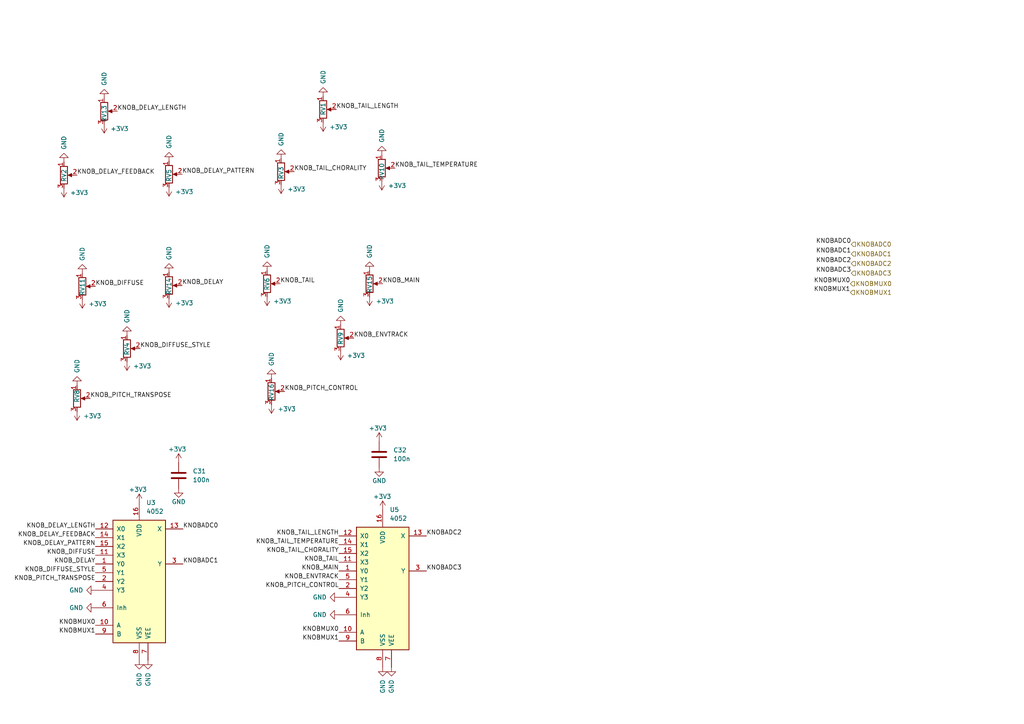
<source format=kicad_sch>
(kicad_sch (version 20221206) (generator eeschema)
  (paper "A4")
  (lib_symbols
    (symbol "4xxx:4052" (pin_names (offset 1.016))
      (property "Reference" "U" (at -7.62 19.05 0))
      (property "Value" "4052" (at -7.62 -19.05 0))
      (symbol "4052_1_0"
        (pin passive line (at -12.7 5.08 0) (length 5.08) (name "Y0") (number "1"))
        (pin input line (at -12.7 -12.7 0) (length 5.08) (name "A") (number "10"))
        (pin passive line (at -12.7 7.62 0) (length 5.08) (name "X3") (number "11"))
        (pin passive line (at -12.7 15.24 0) (length 5.08) (name "X0") (number "12"))
        (pin passive line (at 12.7 15.24 180) (length 5.08) (name "X") (number "13"))
        (pin passive line (at -12.7 12.7 0) (length 5.08) (name "X1") (number "14"))
        (pin passive line (at -12.7 10.16 0) (length 5.08) (name "X2") (number "15"))
        (pin power_in line (at 0 22.86 270) (length 5.08) (name "VDD") (number "16"))
        (pin passive line (at -12.7 0 0) (length 5.08) (name "Y2") (number "2"))
        (pin passive line (at 12.7 5.08 180) (length 5.08) (name "Y") (number "3"))
        (pin passive line (at -12.7 -2.54 0) (length 5.08) (name "Y3") (number "4"))
        (pin passive line (at -12.7 2.54 0) (length 5.08) (name "Y1") (number "5"))
        (pin input line (at -12.7 -7.62 0) (length 5.08) (name "Inh") (number "6"))
        (pin power_in line (at 2.54 -22.86 90) (length 5.08) (name "VEE") (number "7"))
        (pin power_in line (at 0 -22.86 90) (length 5.08) (name "VSS") (number "8"))
        (pin input line (at -12.7 -15.24 0) (length 5.08) (name "B") (number "9"))
      )
      (symbol "4052_1_1"
        (rectangle (start -7.62 17.78) (end 7.62 -17.78) (stroke (width 0.254)) (fill (type background)))
      )
    )
    (symbol "Device:C" (pin_numbers hide) (pin_names (offset 0.254))
      (property "Reference" "C" (at 0.635 2.54 0))
      (property "Value" "C" (at 0.635 -2.54 0))
      (symbol "C_0_1"
        (polyline (pts (xy -2.032 -0.762) (xy 2.032 -0.762)) (stroke (width 0.508)))
        (polyline (pts (xy -2.032 0.762) (xy 2.032 0.762)) (stroke (width 0.508)))
      )
      (symbol "C_1_1"
        (pin passive line (at 0 3.81 270) (length 2.794) (name "~") (number "1"))
        (pin passive line (at 0 -3.81 90) (length 2.794) (name "~") (number "2"))
      )
    )
    (symbol "Device:R_Potentiometer" (pin_names (offset 1.016) hide)
      (property "Reference" "RV" (at -4.445 0 90))
      (property "Value" "R_Potentiometer" (at -2.54 0 90))
      (symbol "R_Potentiometer_0_1"
        (polyline (pts (xy 2.54 0) (xy 1.524 0)))
        (polyline (pts (xy 1.143 0) (xy 2.286 0.508) (xy 2.286 -0.508) (xy 1.143 0)) (fill (type outline)))
        (rectangle (start 1.016 2.54) (end -1.016 -2.54) (stroke (width 0.254)))
      )
      (symbol "R_Potentiometer_1_1"
        (pin passive line (at 0 3.81 270) (length 1.27) (name "1") (number "1"))
        (pin passive line (at 3.81 0 180) (length 1.27) (name "2") (number "2"))
        (pin passive line (at 0 -3.81 90) (length 1.27) (name "3") (number "3"))
      )
    )
    (symbol "power:+3.3V" (power) (pin_names (offset 0))
      (property "Value" "+3.3V" (at 0 3.556 0))
      (symbol "+3.3V_0_1"
        (polyline (pts (xy -0.762 1.27) (xy 0 2.54)))
        (polyline (pts (xy 0 0) (xy 0 2.54)))
        (polyline (pts (xy 0 2.54) (xy 0.762 1.27)))
      )
      (symbol "+3.3V_1_1"
        (pin power_in line (at 0 0 90) (length 0) hide (name "+3V3") (number "1"))
      )
    )
    (symbol "power:GND" (power) (pin_names (offset 0))
      (property "Value" "GND" (at 0 -3.81 0))
      (symbol "GND_0_1"
        (polyline (pts (xy 0 0) (xy 0 -1.27) (xy 1.27 -1.27) (xy 0 -2.54) (xy -1.27 -1.27) (xy 0 -1.27)))
      )
      (symbol "GND_1_1"
        (pin power_in line (at 0 0 270) (length 0) hide (name "GND") (number "1"))
      )
    )
  )
  (label "KNOB_ENVTRACK" (at 98.298 168.148 180))
  (label "KNOB_TAIL" (at 98.298 163.068 180))
  (label "KNOBADC0" (at 53.086 153.416 0))
  (label "KNOB_DIFFUSE" (at 27.686 83.058 0))
  (label "KNOB_DIFFUSE_STYLE" (at 27.686 166.116 180))
  (label "KNOB_TAIL_LENGTH" (at 98.298 155.448 180))
  (label "KNOB_TAIL_TEMPERATURE" (at 98.298 157.988 180))
  (label "KNOBADC1" (at 53.086 163.576 0))
  (label "KNOB_PITCH_CONTROL" (at 98.298 170.688 180))
  (label "KNOB_DELAY_FEEDBACK" (at 27.686 155.956 180))
  (label "KNOB_DELAY" (at 27.686 163.576 180))
  (label "KNOBMUX1" (at 27.686 183.896 180))
  (label "KNOBMUX0" (at 98.298 183.388 180))
  (label "KNOB_ENVTRACK" (at 102.616 98.044 0))
  (label "KNOB_MAIN" (at 110.998 82.296 0))
  (label "KNOB_DIFFUSE_STYLE" (at 40.64 101.092 0))
  (label "KNOB_MAIN" (at 98.298 165.608 180))
  (label "KNOBADC2" (at 246.888 76.454 180))
  (label "KNOBMUX0" (at 27.686 181.356 180))
  (label "KNOBADC3" (at 123.698 165.608 0))
  (label "KNOB_TAIL_TEMPERATURE" (at 114.554 48.768 0))
  (label "KNOBADC2" (at 123.698 155.448 0))
  (label "KNOBADC0" (at 246.888 70.866 180))
  (label "KNOB_DELAY_LENGTH" (at 27.686 153.416 180))
  (label "KNOB_PITCH_TRANSPOSE" (at 26.162 115.57 0))
  (label "KNOB_TAIL" (at 81.28 82.296 0))
  (label "KNOB_DIFFUSE" (at 27.686 161.036 180))
  (label "KNOBMUX1" (at 98.298 185.928 180))
  (label "KNOB_TAIL_LENGTH" (at 97.536 31.75 0))
  (label "KNOB_DELAY_LENGTH" (at 34.036 32.258 0))
  (label "KNOB_DELAY_PATTERN" (at 52.832 50.546 0))
  (label "KNOB_TAIL_CHORALITY" (at 85.344 49.784 0))
  (label "KNOB_DELAY_FEEDBACK" (at 22.352 50.8 0))
  (label "KNOB_DELAY_PATTERN" (at 27.686 158.496 180))
  (label "KNOBADC3" (at 246.888 79.248 180))
  (label "KNOBADC1" (at 246.888 73.66 180))
  (label "KNOB_PITCH_CONTROL" (at 82.55 113.538 0))
  (label "KNOB_DELAY" (at 52.832 82.804 0))
  (label "KNOB_TAIL_CHORALITY" (at 98.298 160.528 180))
  (label "KNOBMUX0" (at 246.634 82.296 180))
  (label "KNOB_PITCH_TRANSPOSE" (at 27.686 168.656 180))
  (label "KNOBMUX1" (at 246.634 84.836 180))
  (hierarchical_label "KNOBADC2" (shape input) (at 246.888 76.454 0))
  (hierarchical_label "KNOBADC3" (shape input) (at 246.888 79.248 0))
  (hierarchical_label "KNOBADC1" (shape input) (at 246.888 73.66 0))
  (hierarchical_label "KNOBMUX1" (shape input) (at 246.634 84.836 0))
  (hierarchical_label "KNOBMUX0" (shape input) (at 246.634 82.296 0))
  (hierarchical_label "KNOBADC0" (shape input) (at 246.888 70.866 0))
  (symbol (lib_id "Device:R_Potentiometer") (at 30.226 32.258 0) (unit 1)
    (property "Reference" "RV13" (at 30.226 30.48 90) (effects (justify right)))
    (property "Value" "R_Potentiometer" (effects hide))
    (property "Footprint" "Potentiometer_THT:Potentiometer_Alps_RK09K_Single_Vertical" (effects hide))
  )
  (symbol (lib_id "power:+3.3V") (at 77.47 86.106 180) (unit 1)
    (property "Reference" "#PWR0144" (effects hide))
    (property "Value" "+3.3V" (at 79.248 87.3759 0) (effects (justify right)))
  )
  (symbol (lib_id "Device:C") (at 51.816 137.922 0) (unit 1)
    (property "Reference" "C31" (at 55.88 136.6519 0) (effects (justify left)))
    (property "Value" "100n" (at 55.88 139.1919 0) (effects (justify left)))
    (property "Footprint" "Capacitor_SMD:C_0402_1005Metric" (effects hide))
  )
  (symbol (lib_id "power:GND") (at 51.816 141.732 0) (unit 1)
    (property "Reference" "#PWR0173" (effects hide))
    (property "Value" "GND" (at 49.784 145.542 0) (effects (justify left)))
  )
  (symbol (lib_id "Device:R_Potentiometer") (at 78.74 113.538 0) (unit 1)
    (property "Reference" "RV16" (at 78.74 111.252 90) (effects (justify right)))
    (property "Value" "R_Potentiometer" (effects hide))
    (property "Footprint" "Potentiometer_THT:Potentiometer_Alps_RK09K_Single_Vertical" (effects hide))
  )
  (symbol (lib_id "power:GND") (at 23.876 79.248 180) (unit 1)
    (property "Reference" "#PWR0237" (effects hide))
    (property "Value" "GND" (at 23.876 71.628 90) (effects (justify left)))
  )
  (symbol (lib_id "power:GND") (at 18.542 46.99 180) (unit 1)
    (property "Reference" "#PWR0242" (effects hide))
    (property "Value" "GND" (at 18.542 39.37 90) (effects (justify left)))
  )
  (symbol (lib_id "power:GND") (at 113.538 193.548 0) (unit 1)
    (property "Reference" "#PWR0156" (effects hide))
    (property "Value" "GND" (at 113.538 201.168 90) (effects (justify left)))
  )
  (symbol (lib_id "power:GND") (at 110.744 44.958 180) (unit 1)
    (property "Reference" "#PWR0148" (effects hide))
    (property "Value" "GND" (at 110.744 37.338 90) (effects (justify left)))
  )
  (symbol (lib_id "power:+3.3V") (at 98.806 101.854 180) (unit 1)
    (property "Reference" "#PWR0143" (effects hide))
    (property "Value" "+3.3V" (at 100.584 103.1239 0) (effects (justify right)))
  )
  (symbol (lib_id "power:+3.3V") (at 110.744 52.578 180) (unit 1)
    (property "Reference" "#PWR0147" (effects hide))
    (property "Value" "+3.3V" (at 112.522 53.8479 0) (effects (justify right)))
  )
  (symbol (lib_id "power:+3.3V") (at 18.542 54.61 180) (unit 1)
    (property "Reference" "#PWR0243" (effects hide))
    (property "Value" "+3.3V" (at 20.32 55.8799 0) (effects (justify right)))
  )
  (symbol (lib_id "Device:R_Potentiometer") (at 77.47 82.296 0) (unit 1)
    (property "Reference" "RV6" (at 77.47 80.518 90) (effects (justify right)))
    (property "Value" "R_Potentiometer" (effects hide))
    (property "Footprint" "Potentiometer_THT:Potentiometer_Alps_RK09K_Single_Vertical" (effects hide))
  )
  (symbol (lib_id "power:+3.3V") (at 49.022 86.614 180) (unit 1)
    (property "Reference" "#PWR0209" (effects hide))
    (property "Value" "+3.3V" (at 50.8 87.8839 0) (effects (justify right)))
  )
  (symbol (lib_id "Device:R_Potentiometer") (at 18.542 50.8 0) (unit 1)
    (property "Reference" "RV2" (at 18.542 49.022 90) (effects (justify right)))
    (property "Value" "R_Potentiometer" (effects hide))
    (property "Footprint" "Potentiometer_THT:Potentiometer_Alps_RK09K_Single_Vertical" (effects hide))
  )
  (symbol (lib_id "power:GND") (at 49.022 78.994 180) (unit 1)
    (property "Reference" "#PWR0232" (effects hide))
    (property "Value" "GND" (at 49.022 71.374 90) (effects (justify left)))
  )
  (symbol (lib_id "Device:R_Potentiometer") (at 49.022 50.546 0) (unit 1)
    (property "Reference" "RV5" (at 49.022 49.022 90) (effects (justify right)))
    (property "Value" "R_Potentiometer" (effects hide))
    (property "Footprint" "Potentiometer_THT:Potentiometer_Alps_RK09K_Single_Vertical" (effects hide))
  )
  (symbol (lib_id "power:GND") (at 98.298 173.228 270) (unit 1)
    (property "Reference" "#PWR0205" (effects hide))
    (property "Value" "GND" (at 90.678 173.228 90) (effects (justify left)))
  )
  (symbol (lib_id "Device:R_Potentiometer") (at 49.022 82.804 0) (unit 1)
    (property "Reference" "RV14" (at 49.022 80.518 90) (effects (justify right)))
    (property "Value" "R_Potentiometer" (effects hide))
    (property "Footprint" "Potentiometer_THT:Potentiometer_Alps_RK09K_Single_Vertical" (effects hide))
  )
  (symbol (lib_id "power:GND") (at 27.686 171.196 270) (unit 1)
    (property "Reference" "#PWR0207" (effects hide))
    (property "Value" "GND" (at 20.066 171.196 90) (effects (justify left)))
  )
  (symbol (lib_id "Device:R_Potentiometer") (at 98.806 98.044 0) (unit 1)
    (property "Reference" "RV9" (at 98.806 96.266 90) (effects (justify right)))
    (property "Value" "R_Potentiometer" (effects hide))
    (property "Footprint" "Potentiometer_THT:Potentiometer_Alps_RK09K_Single_Vertical" (effects hide))
  )
  (symbol (lib_id "power:GND") (at 40.386 191.516 0) (unit 1)
    (property "Reference" "#PWR0201" (effects hide))
    (property "Value" "GND" (at 40.386 199.136 90) (effects (justify left)))
  )
  (symbol (lib_id "Device:R_Potentiometer") (at 36.83 101.092 0) (unit 1)
    (property "Reference" "RV4" (at 36.83 99.314 90) (effects (justify right)))
    (property "Value" "R_Potentiometer" (effects hide))
    (property "Footprint" "Potentiometer_THT:Potentiometer_Alps_RK09K_Single_Vertical" (effects hide))
  )
  (symbol (lib_id "power:+3.3V") (at 81.534 53.594 180) (unit 1)
    (property "Reference" "#PWR0241" (effects hide))
    (property "Value" "+3.3V" (at 83.312 54.8639 0) (effects (justify right)))
  )
  (symbol (lib_id "power:GND") (at 78.74 109.728 180) (unit 1)
    (property "Reference" "#PWR0208" (effects hide))
    (property "Value" "GND" (at 78.74 102.108 90) (effects (justify left)))
  )
  (symbol (lib_id "power:+3.3V") (at 30.226 36.068 180) (unit 1)
    (property "Reference" "#PWR0202" (effects hide))
    (property "Value" "+3.3V" (at 32.004 37.3379 0) (effects (justify right)))
  )
  (symbol (lib_id "Device:C") (at 109.982 131.826 0) (unit 1)
    (property "Reference" "C32" (at 114.046 130.5559 0) (effects (justify left)))
    (property "Value" "100n" (at 114.046 133.0959 0) (effects (justify left)))
    (property "Footprint" "Capacitor_SMD:C_0402_1005Metric" (effects hide))
  )
  (symbol (lib_id "power:GND") (at 109.982 135.636 0) (unit 1)
    (property "Reference" "#PWR0196" (effects hide))
    (property "Value" "GND" (at 107.95 139.446 0) (effects (justify left)))
  )
  (symbol (lib_id "Device:R_Potentiometer") (at 93.726 31.75 0) (unit 1)
    (property "Reference" "RV1" (at 93.726 29.718 90) (effects (justify right)))
    (property "Value" "R_Potentiometer" (effects hide))
    (property "Footprint" "Potentiometer_THT:Potentiometer_Alps_RK09K_Single_Vertical" (effects hide))
  )
  (symbol (lib_id "Device:R_Potentiometer") (at 22.352 115.57 0) (unit 1)
    (property "Reference" "RV8" (at 22.352 113.03 90) (effects (justify right)))
    (property "Value" "R_Potentiometer" (effects hide))
    (property "Footprint" "Potentiometer_THT:Potentiometer_Alps_RK09K_Single_Vertical" (effects hide))
  )
  (symbol (lib_id "Device:R_Potentiometer") (at 110.744 48.768 0) (unit 1)
    (property "Reference" "RV10" (at 110.744 47.244 90) (effects (justify right)))
    (property "Value" "R_Potentiometer" (effects hide))
    (property "Footprint" "Potentiometer_THT:Potentiometer_Alps_RK09K_Single_Vertical" (effects hide))
  )
  (symbol (lib_id "power:+3.3V") (at 51.816 134.112 0) (unit 1)
    (property "Reference" "#PWR0168" (effects hide))
    (property "Value" "+3.3V" (at 48.768 130.302 0) (effects (justify left)))
  )
  (symbol (lib_id "power:GND") (at 81.534 45.974 180) (unit 1)
    (property "Reference" "#PWR0140" (effects hide))
    (property "Value" "GND" (at 81.534 38.354 90) (effects (justify left)))
  )
  (symbol (lib_id "Device:R_Potentiometer") (at 81.534 49.784 0) (unit 1)
    (property "Reference" "RV3" (at 81.534 48.26 90) (effects (justify right)))
    (property "Value" "R_Potentiometer" (effects hide))
    (property "Footprint" "Potentiometer_THT:Potentiometer_Alps_RK09K_Single_Vertical" (effects hide))
  )
  (symbol (lib_id "power:+3.3V") (at 107.188 86.106 180) (unit 1)
    (property "Reference" "#PWR0206" (effects hide))
    (property "Value" "+3.3V" (at 108.966 87.3759 0) (effects (justify right)))
  )
  (symbol (lib_id "power:GND") (at 42.926 191.516 0) (unit 1)
    (property "Reference" "#PWR0200" (effects hide))
    (property "Value" "GND" (at 42.926 199.136 90) (effects (justify left)))
  )
  (symbol (lib_id "power:+3.3V") (at 22.352 119.38 180) (unit 1)
    (property "Reference" "#PWR0234" (effects hide))
    (property "Value" "+3.3V" (at 24.13 120.6499 0) (effects (justify right)))
  )
  (symbol (lib_id "power:+3.3V") (at 40.386 145.796 0) (unit 1)
    (property "Reference" "#PWR0195" (effects hide))
    (property "Value" "+3.3V" (at 37.338 141.986 0) (effects (justify left)))
  )
  (symbol (lib_id "power:GND") (at 77.47 78.486 180) (unit 1)
    (property "Reference" "#PWR0146" (effects hide))
    (property "Value" "GND" (at 77.47 70.866 90) (effects (justify left)))
  )
  (symbol (lib_id "power:+3.3V") (at 78.74 117.348 180) (unit 1)
    (property "Reference" "#PWR0203" (effects hide))
    (property "Value" "+3.3V" (at 80.518 118.6179 0) (effects (justify right)))
  )
  (symbol (lib_id "power:+3.3V") (at 49.022 54.356 180) (unit 1)
    (property "Reference" "#PWR0145" (effects hide))
    (property "Value" "+3.3V" (at 50.8 55.6259 0) (effects (justify right)))
  )
  (symbol (lib_id "4xxx:4052") (at 40.386 168.656 0) (unit 1)
    (property "Reference" "U3" (at 42.4054 145.796 0) (effects (justify left)))
    (property "Value" "4052" (at 42.4054 148.336 0) (effects (justify left)))
    (property "Footprint" "Package_SO:SO-16_3.9x9.9mm_P1.27mm" (effects hide))
    (property "Datasheet" "http://www.intersil.com/content/dam/Intersil/documents/cd40/cd4051bms-52bms-53bms.pdf" (effects hide))
  )
  (symbol (lib_id "4xxx:4052") (at 110.998 170.688 0) (unit 1)
    (property "Reference" "U5" (at 113.0174 147.828 0) (effects (justify left)))
    (property "Value" "4052" (at 113.0174 150.368 0) (effects (justify left)))
    (property "Footprint" "Package_SO:SO-16_3.9x9.9mm_P1.27mm" (effects hide))
    (property "Datasheet" "http://www.intersil.com/content/dam/Intersil/documents/cd40/cd4051bms-52bms-53bms.pdf" (effects hide))
  )
  (symbol (lib_id "Device:R_Potentiometer") (at 23.876 83.058 0) (unit 1)
    (property "Reference" "RV11" (at 23.876 80.772 90) (effects (justify right)))
    (property "Value" "R_Potentiometer" (effects hide))
    (property "Footprint" "Potentiometer_THT:Potentiometer_Alps_RK09K_Single_Vertical" (effects hide))
  )
  (symbol (lib_id "power:GND") (at 49.022 46.736 180) (unit 1)
    (property "Reference" "#PWR0150" (effects hide))
    (property "Value" "GND" (at 49.022 39.116 90) (effects (justify left)))
  )
  (symbol (lib_id "power:GND") (at 36.83 97.282 180) (unit 1)
    (property "Reference" "#PWR0239" (effects hide))
    (property "Value" "GND" (at 36.83 89.662 90) (effects (justify left)))
  )
  (symbol (lib_id "power:GND") (at 98.806 94.234 180) (unit 1)
    (property "Reference" "#PWR0141" (effects hide))
    (property "Value" "GND" (at 98.806 86.614 90) (effects (justify left)))
  )
  (symbol (lib_id "power:GND") (at 98.298 178.308 270) (unit 1)
    (property "Reference" "#PWR0151" (effects hide))
    (property "Value" "GND" (at 90.678 178.308 90) (effects (justify left)))
  )
  (symbol (lib_id "power:GND") (at 107.188 78.486 180) (unit 1)
    (property "Reference" "#PWR0204" (effects hide))
    (property "Value" "GND" (at 107.188 70.866 90) (effects (justify left)))
  )
  (symbol (lib_id "power:GND") (at 30.226 28.448 180) (unit 1)
    (property "Reference" "#PWR0142" (effects hide))
    (property "Value" "GND" (at 30.226 20.828 90) (effects (justify left)))
  )
  (symbol (lib_id "power:GND") (at 93.726 27.94 180) (unit 1)
    (property "Reference" "#PWR0149" (effects hide))
    (property "Value" "GND" (at 93.726 20.32 90) (effects (justify left)))
  )
  (symbol (lib_id "power:+3.3V") (at 36.83 104.902 180) (unit 1)
    (property "Reference" "#PWR0240" (effects hide))
    (property "Value" "+3.3V" (at 38.608 106.1719 0) (effects (justify right)))
  )
  (symbol (lib_id "power:+3.3V") (at 23.876 86.868 180) (unit 1)
    (property "Reference" "#PWR0238" (effects hide))
    (property "Value" "+3.3V" (at 25.654 88.1379 0) (effects (justify right)))
  )
  (symbol (lib_id "power:GND") (at 22.352 111.76 180) (unit 1)
    (property "Reference" "#PWR0233" (effects hide))
    (property "Value" "GND" (at 22.352 104.14 90) (effects (justify left)))
  )
  (symbol (lib_id "power:+3.3V") (at 109.982 128.016 0) (unit 1)
    (property "Reference" "#PWR0198" (effects hide))
    (property "Value" "+3.3V" (at 106.934 124.206 0) (effects (justify left)))
  )
  (symbol (lib_id "power:GND") (at 110.998 193.548 0) (unit 1)
    (property "Reference" "#PWR0152" (effects hide))
    (property "Value" "GND" (at 110.998 201.168 90) (effects (justify left)))
  )
  (symbol (lib_id "power:GND") (at 27.686 176.276 270) (unit 1)
    (property "Reference" "#PWR0199" (effects hide))
    (property "Value" "GND" (at 20.066 176.276 90) (effects (justify left)))
  )
  (symbol (lib_id "power:+3.3V") (at 93.726 35.56 180) (unit 1)
    (property "Reference" "#PWR0139" (effects hide))
    (property "Value" "+3.3V" (at 95.504 36.8299 0) (effects (justify right)))
  )
  (symbol (lib_id "power:+3.3V") (at 110.998 147.828 0) (unit 1)
    (property "Reference" "#PWR0197" (effects hide))
    (property "Value" "+3.3V" (at 108.204 144.018 0) (effects (justify left)))
  )
  (symbol (lib_id "Device:R_Potentiometer") (at 107.188 82.296 0) (unit 1)
    (property "Reference" "RV15" (at 107.188 80.01 90) (effects (justify right)))
    (property "Value" "R_Potentiometer" (effects hide))
    (property "Footprint" "Potentiometer_THT:Potentiometer_Alps_RK09K_Single_Vertical" (effects hide))
  )
)
</source>
